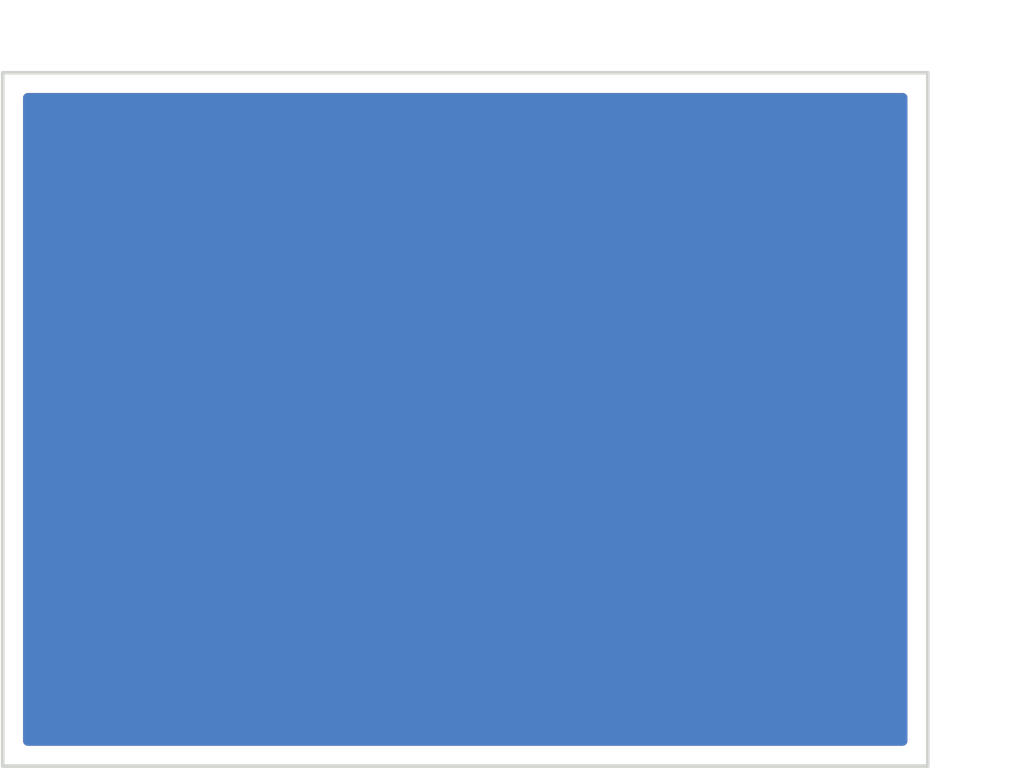
<source format=kicad_pcb>
(kicad_pcb (version 20171130) (host pcbnew "(5.1.9)-1")

  (general
    (thickness 1.6)
    (drawings 6)
    (tracks 0)
    (zones 0)
    (modules 0)
    (nets 1)
  )

  (page A4)
  (layers
    (0 F.Cu signal)
    (31 B.Cu signal)
    (32 B.Adhes user)
    (33 F.Adhes user)
    (34 B.Paste user)
    (35 F.Paste user)
    (36 B.SilkS user)
    (37 F.SilkS user)
    (38 B.Mask user)
    (39 F.Mask user)
    (40 Dwgs.User user)
    (41 Cmts.User user)
    (42 Eco1.User user)
    (43 Eco2.User user)
    (44 Edge.Cuts user)
    (45 Margin user)
    (46 B.CrtYd user)
    (47 F.CrtYd user)
    (48 B.Fab user)
    (49 F.Fab user)
  )

  (setup
    (last_trace_width 0.25)
    (trace_clearance 0.2)
    (zone_clearance 0.508)
    (zone_45_only no)
    (trace_min 0.2)
    (via_size 0.8)
    (via_drill 0.4)
    (via_min_size 0.4)
    (via_min_drill 0.3)
    (uvia_size 0.3)
    (uvia_drill 0.1)
    (uvias_allowed no)
    (uvia_min_size 0.2)
    (uvia_min_drill 0.1)
    (edge_width 0.1)
    (segment_width 0.2)
    (pcb_text_width 0.3)
    (pcb_text_size 1.5 1.5)
    (mod_edge_width 0.15)
    (mod_text_size 1 1)
    (mod_text_width 0.15)
    (pad_size 1.524 1.524)
    (pad_drill 0.762)
    (pad_to_mask_clearance 0)
    (aux_axis_origin 0 0)
    (visible_elements FFFFFF7F)
    (pcbplotparams
      (layerselection 0x010fc_ffffffff)
      (usegerberextensions false)
      (usegerberattributes true)
      (usegerberadvancedattributes true)
      (creategerberjobfile true)
      (excludeedgelayer true)
      (linewidth 0.100000)
      (plotframeref false)
      (viasonmask false)
      (mode 1)
      (useauxorigin false)
      (hpglpennumber 1)
      (hpglpenspeed 20)
      (hpglpendiameter 15.000000)
      (psnegative false)
      (psa4output false)
      (plotreference true)
      (plotvalue true)
      (plotinvisibletext false)
      (padsonsilk false)
      (subtractmaskfromsilk false)
      (outputformat 1)
      (mirror false)
      (drillshape 1)
      (scaleselection 1)
      (outputdirectory ""))
  )

  (net 0 "")

  (net_class Default "This is the default net class."
    (clearance 0.2)
    (trace_width 0.25)
    (via_dia 0.8)
    (via_drill 0.4)
    (uvia_dia 0.3)
    (uvia_drill 0.1)
  )

  (gr_line (start 99.06 74.93) (end 99.06 93.98) (layer Edge.Cuts) (width 0.1) (tstamp 61149C46))
  (gr_line (start 73.66 74.93) (end 99.06 74.93) (layer Edge.Cuts) (width 0.1))
  (gr_line (start 73.66 93.98) (end 73.66 74.93) (layer Edge.Cuts) (width 0.1))
  (gr_line (start 99.06 93.98) (end 73.66 93.98) (layer Edge.Cuts) (width 0.1))
  (dimension 19.05 (width 0.15) (layer Dwgs.User)
    (gr_text "0.7500 in" (at 97.76 84.455 270) (layer Dwgs.User)
      (effects (font (size 1 1) (thickness 0.15)))
    )
    (feature1 (pts (xy 99.06 93.98) (xy 98.473579 93.98)))
    (feature2 (pts (xy 99.06 74.93) (xy 98.473579 74.93)))
    (crossbar (pts (xy 99.06 74.93) (xy 99.06 93.98)))
    (arrow1a (pts (xy 99.06 93.98) (xy 98.473579 92.853496)))
    (arrow1b (pts (xy 99.06 93.98) (xy 99.646421 92.853496)))
    (arrow2a (pts (xy 99.06 74.93) (xy 98.473579 76.056504)))
    (arrow2b (pts (xy 99.06 74.93) (xy 99.646421 76.056504)))
  )
  (dimension 25.4 (width 0.15) (layer Dwgs.User)
    (gr_text "1.0000 in" (at 86.36 76.23) (layer Dwgs.User)
      (effects (font (size 1 1) (thickness 0.15)))
    )
    (feature1 (pts (xy 99.06 74.93) (xy 99.06 75.516421)))
    (feature2 (pts (xy 73.66 74.93) (xy 73.66 75.516421)))
    (crossbar (pts (xy 73.66 74.93) (xy 99.06 74.93)))
    (arrow1a (pts (xy 99.06 74.93) (xy 97.933496 75.516421)))
    (arrow1b (pts (xy 99.06 74.93) (xy 97.933496 74.343579)))
    (arrow2a (pts (xy 73.66 74.93) (xy 74.786504 75.516421)))
    (arrow2b (pts (xy 73.66 74.93) (xy 74.786504 74.343579)))
  )

  (zone (net 0) (net_name "") (layer F.Cu) (tstamp 0) (hatch edge 0.508)
    (connect_pads (clearance 0.508))
    (min_thickness 0.254)
    (fill yes (arc_segments 32) (thermal_gap 0.508) (thermal_bridge_width 0.508))
    (polygon
      (pts
        (xy 99.06 93.98) (xy 73.66 93.98) (xy 73.66 74.93) (xy 99.06 74.93)
      )
    )
    (filled_polygon
      (pts
        (xy 98.375001 93.295) (xy 74.345 93.295) (xy 74.345 75.615) (xy 98.375 75.615)
      )
    )
  )
  (zone (net 0) (net_name "") (layer B.Cu) (tstamp 61149CDD) (hatch edge 0.508)
    (connect_pads (clearance 0.508))
    (min_thickness 0.254)
    (fill yes (arc_segments 32) (thermal_gap 0.508) (thermal_bridge_width 0.508))
    (polygon
      (pts
        (xy 99.06 93.98) (xy 73.66 93.98) (xy 73.66 74.93) (xy 99.06 74.93)
      )
    )
    (filled_polygon
      (pts
        (xy 98.375001 93.295) (xy 74.345 93.295) (xy 74.345 75.615) (xy 98.375 75.615)
      )
    )
  )
)

</source>
